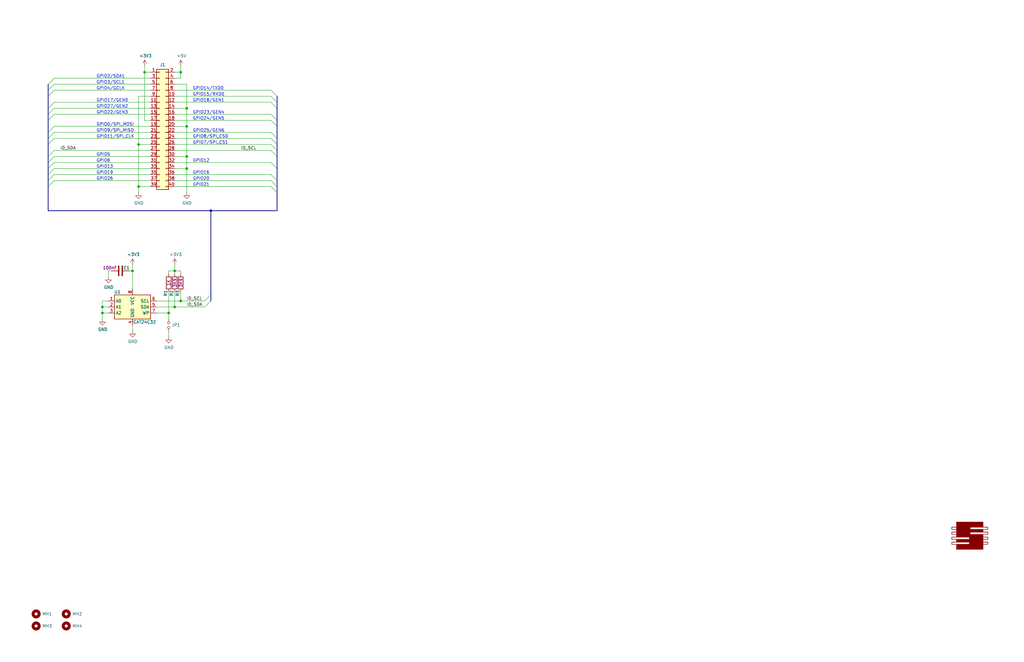
<source format=kicad_sch>
(kicad_sch (version 20211123) (generator eeschema)
  (paper "USLedger")
  (lib_symbols
    (symbol "ENYA_Bitmap:Electronya_Logo" (pin_names (offset 1.016))
      (symbol "Electronya_Logo_0_0"
        (polyline (pts (xy 5.6388 -3.7084) (xy 7.6708 -3.7084) (xy 7.6708 -2.6416) (xy 5.6388 -2.6416) (xy 5.6388 -1.6256) (xy 7.6708 -1.6256) (xy 7.6708 -0.5588) (xy 5.6388 -0.5588) (xy 5.6388 0.508) (xy 7.6708 0.508) (xy 7.6708 1.5748) (xy 5.6388 1.5748) (xy 5.6388 2.5908) (xy 7.6708 2.5908) (xy 7.6708 3.6576) (xy 5.6388 3.6576) (xy 5.6388 5.7912) (xy -5.6388 5.7912) (xy -5.6388 3.6576) (xy -7.6708 3.6576) (xy -7.6708 2.7432) (xy -7.5184 2.7432) (xy -7.5184 3.5052) (xy -5.6388 3.5052) (xy -5.6388 2.7432) (xy 0.254 2.7432) (xy 0.254 3.5052) (xy 7.5184 3.5052) (xy 7.5184 2.7432) (xy 0.254 2.7432) (xy -5.6388 2.7432) (xy -7.5184 2.7432) (xy -7.6708 2.7432) (xy -7.6708 2.5908) (xy -5.6388 2.5908) (xy -5.6388 1.5748) (xy -7.6708 1.5748) (xy -7.6708 0.6096) (xy -7.5184 0.6096) (xy -7.5184 1.4224) (xy -5.6388 1.4224) (xy -5.6388 0.6096) (xy 0.254 0.6096) (xy 0.254 1.4224) (xy 7.5184 1.4224) (xy 7.5184 0.6096) (xy 0.254 0.6096) (xy -5.6388 0.6096) (xy -7.5184 0.6096) (xy -7.6708 0.6096) (xy -7.6708 0.508) (xy -5.6388 0.508) (xy -5.6388 -0.5588) (xy -7.6708 -0.5588) (xy -7.6708 -1.4732) (xy -7.5184 -1.4732) (xy -7.5184 -0.6604) (xy -0.254 -0.6604) (xy -0.254 -1.4732) (xy 5.6388 -1.4732) (xy 5.6388 -0.6604) (xy 7.5184 -0.6604) (xy 7.5184 -1.4732) (xy 5.6388 -1.4732) (xy -0.254 -1.4732) (xy -7.5184 -1.4732) (xy -7.6708 -1.4732) (xy -7.6708 -1.6256) (xy -5.6388 -1.6256) (xy -5.6388 -2.6416) (xy -7.6708 -2.6416) (xy -7.6708 -3.556) (xy -7.5184 -3.556) (xy -7.5184 -2.794) (xy -0.254 -2.794) (xy -0.254 -3.556) (xy 5.6388 -3.556) (xy 5.6388 -2.794) (xy 7.5184 -2.794) (xy 7.5184 -3.556) (xy 5.6388 -3.556) (xy -0.254 -3.556) (xy -7.5184 -3.556) (xy -7.6708 -3.556) (xy -7.6708 -3.7084) (xy -5.6388 -3.7084) (xy -5.6388 -5.842) (xy 5.6388 -5.842) (xy 5.6388 -3.7084)) (stroke (width 0.0254)) (fill (type outline)))
      )
    )
    (symbol "ENYA_Cap_Smd_50V:100nF_CER_0603_50V" (pin_numbers hide) (pin_names (offset 0.254))
      (property "Reference" "C" (at 0.635 2.54 0))
      (property "Capacitance" "100nF" (at 3.81 -2.54 0))
      (property "Voltage Rating" "50V" (at 0 0 0))
      (symbol "100nF_CER_0603_50V_0_1"
        (polyline (pts (xy -2.032 -0.762) (xy 2.032 -0.762)) (stroke (width 0.508)))
        (polyline (pts (xy -2.032 0.762) (xy 2.032 0.762)) (stroke (width 0.508)))
      )
      (symbol "100nF_CER_0603_50V_1_1"
        (pin passive line (at 0 3.81 270) (length 2.794) (name "~") (number "1"))
        (pin passive line (at 0 -3.81 90) (length 2.794) (name "~") (number "2"))
      )
    )
    (symbol "ENYA_Header_100mils:CONN_2x20_FEM_100PITCH_335INS_126POST" (pin_names (offset 0) hide)
      (property "Reference" "J" (at 0 25.4 0))
      (symbol "CONN_2x20_FEM_100PITCH_335INS_126POST_1_1"
        (rectangle (start -2.54 -25.273) (end -1.27 -25.527) (stroke (width 0.1524)))
        (rectangle (start -2.54 -22.733) (end -1.27 -22.987) (stroke (width 0.1524)))
        (rectangle (start -2.54 -20.193) (end -1.27 -20.447) (stroke (width 0.1524)))
        (rectangle (start -2.54 -17.653) (end -1.27 -17.907) (stroke (width 0.1524)))
        (rectangle (start -2.54 -15.113) (end -1.27 -15.367) (stroke (width 0.1524)))
        (rectangle (start -2.54 -12.573) (end -1.27 -12.827) (stroke (width 0.1524)))
        (rectangle (start -2.54 -10.033) (end -1.27 -10.287) (stroke (width 0.1524)))
        (rectangle (start -2.54 -7.493) (end -1.27 -7.747) (stroke (width 0.1524)))
        (rectangle (start -2.54 -4.953) (end -1.27 -5.207) (stroke (width 0.1524)))
        (rectangle (start -2.54 -2.413) (end -1.27 -2.667) (stroke (width 0.1524)))
        (rectangle (start -2.54 0.127) (end -1.27 -0.127) (stroke (width 0.1524)))
        (rectangle (start -2.54 2.667) (end -1.27 2.413) (stroke (width 0.1524)))
        (rectangle (start -2.54 5.207) (end -1.27 4.953) (stroke (width 0.1524)))
        (rectangle (start -2.54 7.747) (end -1.27 7.493) (stroke (width 0.1524)))
        (rectangle (start -2.54 10.287) (end -1.27 10.033) (stroke (width 0.1524)))
        (rectangle (start -2.54 12.827) (end -1.27 12.573) (stroke (width 0.1524)))
        (rectangle (start -2.54 15.367) (end -1.27 15.113) (stroke (width 0.1524)))
        (rectangle (start -2.54 17.907) (end -1.27 17.653) (stroke (width 0.1524)))
        (rectangle (start -2.54 20.447) (end -1.27 20.193) (stroke (width 0.1524)))
        (rectangle (start -2.54 22.987) (end -1.27 22.733) (stroke (width 0.1524)))
        (rectangle (start -2.54 24.13) (end 2.54 -26.67) (stroke (width 0.254)) (fill (type background)))
        (rectangle (start 2.54 -25.273) (end 1.27 -25.527) (stroke (width 0.1524)))
        (rectangle (start 2.54 -22.733) (end 1.27 -22.987) (stroke (width 0.1524)))
        (rectangle (start 2.54 -20.193) (end 1.27 -20.447) (stroke (width 0.1524)))
        (rectangle (start 2.54 -17.653) (end 1.27 -17.907) (stroke (width 0.1524)))
        (rectangle (start 2.54 -15.113) (end 1.27 -15.367) (stroke (width 0.1524)))
        (rectangle (start 2.54 -12.573) (end 1.27 -12.827) (stroke (width 0.1524)))
        (rectangle (start 2.54 -10.033) (end 1.27 -10.287) (stroke (width 0.1524)))
        (rectangle (start 2.54 -7.493) (end 1.27 -7.747) (stroke (width 0.1524)))
        (rectangle (start 2.54 -4.953) (end 1.27 -5.207) (stroke (width 0.1524)))
        (rectangle (start 2.54 -2.413) (end 1.27 -2.667) (stroke (width 0.1524)))
        (rectangle (start 2.54 0.127) (end 1.27 -0.127) (stroke (width 0.1524)))
        (rectangle (start 2.54 2.667) (end 1.27 2.413) (stroke (width 0.1524)))
        (rectangle (start 2.54 5.207) (end 1.27 4.953) (stroke (width 0.1524)))
        (rectangle (start 2.54 7.747) (end 1.27 7.493) (stroke (width 0.1524)))
        (rectangle (start 2.54 10.287) (end 1.27 10.033) (stroke (width 0.1524)))
        (rectangle (start 2.54 12.827) (end 1.27 12.573) (stroke (width 0.1524)))
        (rectangle (start 2.54 15.367) (end 1.27 15.113) (stroke (width 0.1524)))
        (rectangle (start 2.54 17.907) (end 1.27 17.653) (stroke (width 0.1524)))
        (rectangle (start 2.54 20.447) (end 1.27 20.193) (stroke (width 0.1524)))
        (rectangle (start 2.54 22.987) (end 1.27 22.733) (stroke (width 0.1524)))
        (pin passive line (at -5.08 22.86 0) (length 2.54) (name "Pin_1") (number "1"))
        (pin passive line (at 5.08 12.7 180) (length 2.54) (name "Pin_10") (number "10"))
        (pin passive line (at -5.08 10.16 0) (length 2.54) (name "Pin_11") (number "11"))
        (pin passive line (at 5.08 10.16 180) (length 2.54) (name "Pin_12") (number "12"))
        (pin passive line (at -5.08 7.62 0) (length 2.54) (name "Pin_13") (number "13"))
        (pin passive line (at 5.08 7.62 180) (length 2.54) (name "Pin_14") (number "14"))
        (pin passive line (at -5.08 5.08 0) (length 2.54) (name "Pin_15") (number "15"))
        (pin passive line (at 5.08 5.08 180) (length 2.54) (name "Pin_16") (number "16"))
        (pin passive line (at -5.08 2.54 0) (length 2.54) (name "Pin_17") (number "17"))
        (pin passive line (at 5.08 2.54 180) (length 2.54) (name "Pin_18") (number "18"))
        (pin passive line (at -5.08 0 0) (length 2.54) (name "Pin_19") (number "19"))
        (pin passive line (at 5.08 22.86 180) (length 2.54) (name "Pin_2") (number "2"))
        (pin passive line (at 5.08 0 180) (length 2.54) (name "Pin_20") (number "20"))
        (pin passive line (at -5.08 -2.54 0) (length 2.54) (name "Pin_21") (number "21"))
        (pin passive line (at 5.08 -2.54 180) (length 2.54) (name "Pin_22") (number "22"))
        (pin passive line (at -5.08 -5.08 0) (length 2.54) (name "Pin_23") (number "23"))
        (pin passive line (at 5.08 -5.08 180) (length 2.54) (name "Pin_24") (number "24"))
        (pin passive line (at -5.08 -7.62 0) (length 2.54) (name "Pin_25") (number "25"))
        (pin passive line (at 5.08 -7.62 180) (length 2.54) (name "Pin_26") (number "26"))
        (pin passive line (at -5.08 -10.16 0) (length 2.54) (name "Pin_27") (number "27"))
        (pin passive line (at 5.08 -10.16 180) (length 2.54) (name "Pin_28") (number "28"))
        (pin passive line (at -5.08 -12.7 0) (length 2.54) (name "Pin_29") (number "29"))
        (pin passive line (at -5.08 20.32 0) (length 2.54) (name "Pin_3") (number "3"))
        (pin passive line (at 5.08 -12.7 180) (length 2.54) (name "Pin_30") (number "30"))
        (pin passive line (at -5.08 -15.24 0) (length 2.54) (name "Pin_31") (number "31"))
        (pin passive line (at 5.08 -15.24 180) (length 2.54) (name "Pin_32") (number "32"))
        (pin passive line (at -5.08 -17.78 0) (length 2.54) (name "Pin_33") (number "33"))
        (pin passive line (at 5.08 -17.78 180) (length 2.54) (name "Pin_34") (number "34"))
        (pin passive line (at -5.08 -20.32 0) (length 2.54) (name "Pin_35") (number "35"))
        (pin passive line (at 5.08 -20.32 180) (length 2.54) (name "Pin_36") (number "36"))
        (pin passive line (at -5.08 -22.86 0) (length 2.54) (name "Pin_37") (number "37"))
        (pin passive line (at 5.08 -22.86 180) (length 2.54) (name "Pin_38") (number "38"))
        (pin passive line (at -5.08 -25.4 0) (length 2.54) (name "Pin_39") (number "39"))
        (pin passive line (at 5.08 20.32 180) (length 2.54) (name "Pin_4") (number "4"))
        (pin passive line (at 5.08 -25.4 180) (length 2.54) (name "Pin_40") (number "40"))
        (pin passive line (at -5.08 17.78 0) (length 2.54) (name "Pin_5") (number "5"))
        (pin passive line (at 5.08 17.78 180) (length 2.54) (name "Pin_6") (number "6"))
        (pin passive line (at -5.08 15.24 0) (length 2.54) (name "Pin_7") (number "7"))
        (pin passive line (at 5.08 15.24 180) (length 2.54) (name "Pin_8") (number "8"))
        (pin passive line (at -5.08 12.7 0) (length 2.54) (name "Pin_9") (number "9"))
      )
    )
    (symbol "ENYA_Jumper:Solder_Jumper_1.3MM" (pin_numbers hide) (pin_names (offset 0.762) hide)
      (property "Reference" "JP" (at 0 2.032 0))
      (symbol "Solder_Jumper_1.3MM_0_1"
        (circle (center -1.016 0) (radius 0.508))
        (circle (center 1.016 0) (radius 0.508))
        (pin passive line (at -2.54 0 0) (length 1.016) (name "1") (number "1"))
        (pin passive line (at 2.54 0 180) (length 1.016) (name "2") (number "2"))
      )
    )
    (symbol "ENYA_Mechanical:MH-NPLTD-M2.5" (pin_names (offset 1.016))
      (property "Reference" "MH" (at 0 3.175 0))
      (symbol "MH-NPLTD-M2.5_1_1"
        (circle (center 0 0) (radius 1.27) (stroke (width 1.27)))
      )
    )
    (symbol "ENYA_Memory:CAT24C32"
      (property "Reference" "U" (at -6.35 6.35 0))
      (property "Value" "CAT24C32" (at 1.27 6.35 0))
      (symbol "CAT24C32_1_1"
        (rectangle (start -7.62 5.08) (end 7.62 -5.08) (stroke (width 0.254)) (fill (type background)))
        (pin input line (at -10.16 2.54 0) (length 2.54) (name "A0") (number "1"))
        (pin input line (at -10.16 0 0) (length 2.54) (name "A1") (number "2"))
        (pin input line (at -10.16 -2.54 0) (length 2.54) (name "A2") (number "3"))
        (pin power_in line (at 0 -7.62 90) (length 2.54) (name "GND") (number "4"))
        (pin bidirectional line (at 10.16 0 180) (length 2.54) (name "SDA") (number "5"))
        (pin input line (at 10.16 2.54 180) (length 2.54) (name "SCL") (number "6"))
        (pin input line (at 10.16 -2.54 180) (length 2.54) (name "WP") (number "7"))
        (pin power_in line (at 0 7.62 270) (length 2.54) (name "VCC") (number "8"))
      )
    )
    (symbol "ENYA_Res_Smd_100mW:1K_0603_100MW" (pin_numbers hide) (pin_names (offset 0))
      (property "Reference" "R" (at 2.032 0 90))
      (property "Resistance" "1K" (at 0 0 90))
      (symbol "1K_0603_100MW_0_1"
        (rectangle (start -1.016 -2.54) (end 1.016 2.54) (stroke (width 0.254)))
      )
      (symbol "1K_0603_100MW_1_1"
        (pin passive line (at 0 3.81 270) (length 1.27) (name "~") (number "1"))
        (pin passive line (at 0 -3.81 90) (length 1.27) (name "~") (number "2"))
      )
    )
    (symbol "ENYA_Res_Smd_100mW:3K9_0603_100MW" (pin_numbers hide) (pin_names (offset 0))
      (property "Reference" "R" (at 2.032 0 90))
      (property "Resistance" "3K9" (at 0 0 90))
      (symbol "3K9_0603_100MW_0_1"
        (rectangle (start -1.016 -2.54) (end 1.016 2.54) (stroke (width 0.254)))
      )
      (symbol "3K9_0603_100MW_1_1"
        (pin passive line (at 0 3.81 270) (length 1.27) (name "~") (number "1"))
        (pin passive line (at 0 -3.81 90) (length 1.27) (name "~") (number "2"))
      )
    )
    (symbol "power:+3.3V" (power) (pin_names (offset 0))
      (property "Value" "+3.3V" (at 0 3.556 0))
      (symbol "+3.3V_0_1"
        (polyline (pts (xy -0.762 1.27) (xy 0 2.54)))
        (polyline (pts (xy 0 0) (xy 0 2.54)))
        (polyline (pts (xy 0 2.54) (xy 0.762 1.27)))
      )
      (symbol "+3.3V_1_1"
        (pin power_in line (at 0 0 90) (length 0) hide (name "+3V3") (number "1"))
      )
    )
    (symbol "power:+5V" (power) (pin_names (offset 0))
      (property "Value" "+5V" (at 0 3.556 0))
      (symbol "+5V_0_1"
        (polyline (pts (xy -0.762 1.27) (xy 0 2.54)))
        (polyline (pts (xy 0 0) (xy 0 2.54)))
        (polyline (pts (xy 0 2.54) (xy 0.762 1.27)))
      )
      (symbol "+5V_1_1"
        (pin power_in line (at 0 0 90) (length 0) hide (name "+5V") (number "1"))
      )
    )
    (symbol "power:GND" (power) (pin_names (offset 0))
      (property "Value" "GND" (at 0 -3.81 0))
      (symbol "GND_0_1"
        (polyline (pts (xy 0 0) (xy 0 -1.27) (xy 1.27 -1.27) (xy 0 -2.54) (xy -1.27 -1.27) (xy 0 -1.27)))
      )
      (symbol "GND_1_1"
        (pin power_in line (at 0 0 270) (length 0) hide (name "GND") (number "1"))
      )
    )
  )
  (junction (at 60.96 30.48))
  (junction (at 78.74 66.04))
  (junction (at 88.9 88.9))
  (junction (at 73.66 114.3))
  (junction (at 43.18 129.54))
  (junction (at 43.18 132.08))
  (junction (at 76.2 127))
  (junction (at 78.74 45.72))
  (junction (at 55.88 114.3))
  (junction (at 78.74 53.34))
  (junction (at 58.42 60.96))
  (junction (at 73.66 129.54))
  (junction (at 71.12 132.08))
  (junction (at 58.42 78.74))
  (junction (at 78.74 71.12))
  (junction (at 76.2 30.48))
  (bus_entry (at 114.3 68.58) (size 2.54 2.54))
  (bus_entry (at 114.3 40.64) (size 2.54 2.54))
  (bus_entry (at 20.32 76.2) (size 2.54 -2.54))
  (bus_entry (at 20.32 58.42) (size 2.54 -2.54))
  (bus_entry (at 20.32 71.12) (size 2.54 -2.54))
  (bus_entry (at 20.32 78.74) (size 2.54 -2.54))
  (bus_entry (at 114.3 63.5) (size 2.54 2.54))
  (bus_entry (at 20.32 35.56) (size 2.54 -2.54))
  (bus_entry (at 20.32 66.04) (size 2.54 -2.54))
  (bus_entry (at 114.3 58.42) (size 2.54 2.54))
  (bus_entry (at 20.32 55.88) (size 2.54 -2.54))
  (bus_entry (at 86.36 129.54) (size 2.54 -2.54))
  (bus_entry (at 114.3 48.26) (size 2.54 2.54))
  (bus_entry (at 20.32 68.58) (size 2.54 -2.54))
  (bus_entry (at 114.3 50.8) (size 2.54 2.54))
  (bus_entry (at 114.3 76.2) (size 2.54 2.54))
  (bus_entry (at 20.32 73.66) (size 2.54 -2.54))
  (bus_entry (at 20.32 48.26) (size 2.54 -2.54))
  (bus_entry (at 20.32 60.96) (size 2.54 -2.54))
  (bus_entry (at 20.32 50.8) (size 2.54 -2.54))
  (bus_entry (at 114.3 78.74) (size 2.54 2.54))
  (bus_entry (at 114.3 73.66) (size 2.54 2.54))
  (bus_entry (at 20.32 45.72) (size 2.54 -2.54))
  (bus_entry (at 86.36 127) (size 2.54 -2.54))
  (bus_entry (at 114.3 38.1) (size 2.54 2.54))
  (bus_entry (at 114.3 60.96) (size 2.54 2.54))
  (bus_entry (at 114.3 43.18) (size 2.54 2.54))
  (bus_entry (at 114.3 55.88) (size 2.54 2.54))
  (bus_entry (at 20.32 38.1) (size 2.54 -2.54))
  (bus_entry (at 20.32 40.64) (size 2.54 -2.54))
  (bus (pts (xy 116.84 53.34) (xy 116.84 58.42)))
  (wire (pts (xy 114.3 76.2) (xy 73.66 76.2)))
  (bus (pts (xy 20.32 55.88) (xy 20.32 58.42)))
  (wire (pts (xy 114.3 40.64) (xy 73.66 40.64)))
  (bus (pts (xy 20.32 58.42) (xy 20.32 60.96)))
  (wire (pts (xy 78.74 71.12) (xy 78.74 81.28)))
  (wire (pts (xy 114.3 58.42) (xy 73.66 58.42)))
  (wire (pts (xy 86.36 127) (xy 76.2 127)))
  (bus (pts (xy 20.32 45.72) (xy 20.32 48.26)))
  (bus (pts (xy 116.84 60.96) (xy 116.84 63.5)))
  (wire (pts (xy 66.04 132.08) (xy 71.12 132.08)))
  (wire (pts (xy 43.18 132.08) (xy 43.18 134.62)))
  (wire (pts (xy 22.86 43.18) (xy 63.5 43.18)))
  (wire (pts (xy 73.66 71.12) (xy 78.74 71.12)))
  (bus (pts (xy 116.84 88.9) (xy 88.9 88.9)))
  (wire (pts (xy 22.86 38.1) (xy 63.5 38.1)))
  (bus (pts (xy 20.32 66.04) (xy 20.32 68.58)))
  (wire (pts (xy 45.72 116.84) (xy 45.72 114.3)))
  (bus (pts (xy 20.32 50.8) (xy 20.32 55.88)))
  (wire (pts (xy 71.12 134.62) (xy 71.12 132.08)))
  (wire (pts (xy 71.12 115.57) (xy 71.12 114.3)))
  (wire (pts (xy 71.12 132.08) (xy 71.12 123.19)))
  (wire (pts (xy 60.96 30.48) (xy 60.96 50.8)))
  (bus (pts (xy 20.32 35.56) (xy 20.32 38.1)))
  (wire (pts (xy 22.86 33.02) (xy 63.5 33.02)))
  (wire (pts (xy 73.66 114.3) (xy 76.2 114.3)))
  (wire (pts (xy 22.86 76.2) (xy 63.5 76.2)))
  (wire (pts (xy 22.86 68.58) (xy 63.5 68.58)))
  (bus (pts (xy 116.84 45.72) (xy 116.84 50.8)))
  (bus (pts (xy 116.84 50.8) (xy 116.84 53.34)))
  (wire (pts (xy 43.18 127) (xy 43.18 129.54)))
  (bus (pts (xy 20.32 38.1) (xy 20.32 40.64)))
  (wire (pts (xy 22.86 71.12) (xy 63.5 71.12)))
  (wire (pts (xy 22.86 55.88) (xy 63.5 55.88)))
  (wire (pts (xy 114.3 43.18) (xy 73.66 43.18)))
  (wire (pts (xy 73.66 53.34) (xy 78.74 53.34)))
  (wire (pts (xy 78.74 45.72) (xy 78.74 53.34)))
  (wire (pts (xy 43.18 129.54) (xy 45.72 129.54)))
  (wire (pts (xy 60.96 30.48) (xy 63.5 30.48)))
  (bus (pts (xy 116.84 76.2) (xy 116.84 78.74)))
  (wire (pts (xy 73.66 115.57) (xy 73.66 114.3)))
  (wire (pts (xy 78.74 66.04) (xy 78.74 71.12)))
  (wire (pts (xy 60.96 27.94) (xy 60.96 30.48)))
  (wire (pts (xy 73.66 35.56) (xy 78.74 35.56)))
  (wire (pts (xy 54.61 114.3) (xy 55.88 114.3)))
  (wire (pts (xy 76.2 33.02) (xy 76.2 30.48)))
  (wire (pts (xy 55.88 111.76) (xy 55.88 114.3)))
  (wire (pts (xy 22.86 45.72) (xy 63.5 45.72)))
  (bus (pts (xy 88.9 88.9) (xy 88.9 124.46)))
  (bus (pts (xy 116.84 40.64) (xy 116.84 43.18)))
  (wire (pts (xy 76.2 127) (xy 66.04 127)))
  (wire (pts (xy 86.36 129.54) (xy 73.66 129.54)))
  (wire (pts (xy 22.86 48.26) (xy 63.5 48.26)))
  (wire (pts (xy 60.96 50.8) (xy 63.5 50.8)))
  (bus (pts (xy 88.9 124.46) (xy 88.9 127)))
  (wire (pts (xy 22.86 63.5) (xy 63.5 63.5)))
  (wire (pts (xy 114.3 68.58) (xy 73.66 68.58)))
  (bus (pts (xy 20.32 73.66) (xy 20.32 76.2)))
  (wire (pts (xy 114.3 38.1) (xy 73.66 38.1)))
  (wire (pts (xy 76.2 123.19) (xy 76.2 127)))
  (wire (pts (xy 114.3 55.88) (xy 73.66 55.88)))
  (bus (pts (xy 116.84 58.42) (xy 116.84 60.96)))
  (bus (pts (xy 20.32 71.12) (xy 20.32 73.66)))
  (bus (pts (xy 20.32 60.96) (xy 20.32 66.04)))
  (wire (pts (xy 22.86 53.34) (xy 63.5 53.34)))
  (wire (pts (xy 22.86 66.04) (xy 63.5 66.04)))
  (wire (pts (xy 71.12 139.7) (xy 71.12 142.24)))
  (bus (pts (xy 20.32 78.74) (xy 20.32 88.9)))
  (wire (pts (xy 73.66 129.54) (xy 66.04 129.54)))
  (wire (pts (xy 76.2 30.48) (xy 76.2 27.94)))
  (wire (pts (xy 114.3 63.5) (xy 73.66 63.5)))
  (wire (pts (xy 45.72 114.3) (xy 46.99 114.3)))
  (wire (pts (xy 73.66 30.48) (xy 76.2 30.48)))
  (wire (pts (xy 58.42 60.96) (xy 58.42 78.74)))
  (wire (pts (xy 73.66 66.04) (xy 78.74 66.04)))
  (wire (pts (xy 114.3 73.66) (xy 73.66 73.66)))
  (bus (pts (xy 116.84 81.28) (xy 116.84 88.9)))
  (wire (pts (xy 43.18 132.08) (xy 45.72 132.08)))
  (bus (pts (xy 20.32 40.64) (xy 20.32 45.72)))
  (bus (pts (xy 116.84 63.5) (xy 116.84 66.04)))
  (wire (pts (xy 43.18 129.54) (xy 43.18 132.08)))
  (wire (pts (xy 71.12 114.3) (xy 73.66 114.3)))
  (wire (pts (xy 22.86 58.42) (xy 63.5 58.42)))
  (wire (pts (xy 114.3 60.96) (xy 73.66 60.96)))
  (wire (pts (xy 73.66 45.72) (xy 78.74 45.72)))
  (wire (pts (xy 76.2 114.3) (xy 76.2 115.57)))
  (wire (pts (xy 73.66 123.19) (xy 73.66 129.54)))
  (wire (pts (xy 73.66 114.3) (xy 73.66 111.76)))
  (wire (pts (xy 73.66 33.02) (xy 76.2 33.02)))
  (wire (pts (xy 114.3 78.74) (xy 73.66 78.74)))
  (wire (pts (xy 78.74 53.34) (xy 78.74 66.04)))
  (bus (pts (xy 116.84 43.18) (xy 116.84 45.72)))
  (bus (pts (xy 116.84 71.12) (xy 116.84 76.2)))
  (bus (pts (xy 20.32 68.58) (xy 20.32 71.12)))
  (wire (pts (xy 114.3 48.26) (xy 73.66 48.26)))
  (bus (pts (xy 116.84 78.74) (xy 116.84 81.28)))
  (bus (pts (xy 88.9 88.9) (xy 20.32 88.9)))
  (bus (pts (xy 116.84 66.04) (xy 116.84 71.12)))
  (wire (pts (xy 58.42 78.74) (xy 58.42 81.28)))
  (wire (pts (xy 114.3 50.8) (xy 73.66 50.8)))
  (bus (pts (xy 20.32 76.2) (xy 20.32 78.74)))
  (bus (pts (xy 20.32 48.26) (xy 20.32 50.8)))
  (wire (pts (xy 58.42 40.64) (xy 58.42 60.96)))
  (wire (pts (xy 78.74 35.56) (xy 78.74 45.72)))
  (wire (pts (xy 58.42 40.64) (xy 63.5 40.64)))
  (wire (pts (xy 55.88 137.16) (xy 55.88 139.7)))
  (wire (pts (xy 45.72 127) (xy 43.18 127)))
  (wire (pts (xy 22.86 35.56) (xy 63.5 35.56)))
  (wire (pts (xy 22.86 73.66) (xy 63.5 73.66)))
  (wire (pts (xy 58.42 78.74) (xy 63.5 78.74)))
  (wire (pts (xy 63.5 60.96) (xy 58.42 60.96)))
  (wire (pts (xy 55.88 114.3) (xy 55.88 121.92)))
  (text "GPIO26" (at 40.64 76.2 0) (effects (font (size 1.27 1.27)) (justify left bottom)))
  (text "GPIO5" (at 40.64 66.04 0) (effects (font (size 1.27 1.27)) (justify left bottom)))
  (text "GPIO20" (at 81.28 76.2 0) (effects (font (size 1.27 1.27)) (justify left bottom)))
  (text "GPIO11/SPI_CLK" (at 40.64 58.42 0) (effects (font (size 1.27 1.27)) (justify left bottom)))
  (text "GPIO21" (at 81.28 78.74 0) (effects (font (size 1.27 1.27)) (justify left bottom)))
  (text "GPIO7/SPI_CS1" (at 81.28 60.96 0) (effects (font (size 1.27 1.27)) (justify left bottom)))
  (text "GPIO12" (at 81.28 68.58 0) (effects (font (size 1.27 1.27)) (justify left bottom)))
  (text "GPIO18/GEN1" (at 81.28 43.18 0) (effects (font (size 1.27 1.27)) (justify left bottom)))
  (text "GPIO8/SPI_CS0" (at 81.28 58.42 0) (effects (font (size 1.27 1.27)) (justify left bottom)))
  (text "GPIO3/SCL1" (at 40.64 35.56 0) (effects (font (size 1.27 1.27)) (justify left bottom)))
  (text "GPIO2/SDA1" (at 40.64 33.02 0) (effects (font (size 1.27 1.27)) (justify left bottom)))
  (text "GPIO14/TXD0" (at 81.28 38.1 0) (effects (font (size 1.27 1.27)) (justify left bottom)))
  (text "GPIO16" (at 81.28 73.66 0) (effects (font (size 1.27 1.27)) (justify left bottom)))
  (text "GPIO13" (at 40.64 71.12 0) (effects (font (size 1.27 1.27)) (justify left bottom)))
  (text "GPIO17/GEN0" (at 40.64 43.18 0) (effects (font (size 1.27 1.27)) (justify left bottom)))
  (text "GPIO19" (at 40.64 73.66 0) (effects (font (size 1.27 1.27)) (justify left bottom)))
  (text "GPIO27/GEN2" (at 40.64 45.72 0) (effects (font (size 1.27 1.27)) (justify left bottom)))
  (text "GPIO4/GCLK" (at 40.64 38.1 0) (effects (font (size 1.27 1.27)) (justify left bottom)))
  (text "GPIO25/GEN6" (at 81.28 55.88 0) (effects (font (size 1.27 1.27)) (justify left bottom)))
  (text "GPIO24/GEN5" (at 81.28 50.8 0) (effects (font (size 1.27 1.27)) (justify left bottom)))
  (text "GPIO0/SPI_MOSI" (at 40.64 53.34 0) (effects (font (size 1.27 1.27)) (justify left bottom)))
  (text "GPIO22/GEN3" (at 40.64 48.26 0) (effects (font (size 1.27 1.27)) (justify left bottom)))
  (text "GPIO9/SPI_MISO" (at 40.64 55.88 0) (effects (font (size 1.27 1.27)) (justify left bottom)))
  (text "GPIO6" (at 40.64 68.58 0) (effects (font (size 1.27 1.27)) (justify left bottom)))
  (text "GPIO23/GEN4" (at 81.28 48.26 0) (effects (font (size 1.27 1.27)) (justify left bottom)))
  (text "GPIO15/RXD0" (at 81.28 40.64 0) (effects (font (size 1.27 1.27)) (justify left bottom)))
  (label "ID_SDA" (at 78.74 129.54 0))
  (label "ID_SCL" (at 78.74 127 0))
  (label "ID_SDA" (at 25.4 63.5 0))
  (label "ID_SCL" (at 101.6 63.5 0))
  (symbol (lib_id "power:+5V") (at 76.2 27.94 0) (unit 1)
    (property "Reference" "#PWR02" (effects hide))
    (property "Value" "+5V" (at 76.581 23.5458 0))
  )
  (symbol (lib_id "power:+3.3V") (at 60.96 27.94 0) (unit 1)
    (property "Reference" "#PWR01" (effects hide))
    (property "Value" "+3.3V" (at 61.341 23.5458 0))
  )
  (symbol (lib_id "power:GND") (at 58.42 81.28 0) (unit 1)
    (property "Reference" "#PWR03" (effects hide))
    (property "Value" "GND" (at 58.547 85.6742 0))
  )
  (symbol (lib_id "power:GND") (at 78.74 81.28 0) (unit 1)
    (property "Reference" "#PWR04" (effects hide))
    (property "Value" "GND" (at 78.867 85.6742 0))
  )
  (symbol (lib_id "power:GND") (at 45.72 116.84 0) (unit 1)
    (property "Reference" "#PWR07" (effects hide))
    (property "Value" "GND" (at 45.847 121.2342 0))
  )
  (symbol (lib_id "power:+3.3V") (at 73.66 111.76 0) (unit 1)
    (property "Reference" "#PWR06" (effects hide))
    (property "Value" "+3.3V" (at 74.041 107.3658 0))
  )
  (symbol (lib_id "power:+3.3V") (at 55.88 111.76 0) (unit 1)
    (property "Reference" "#PWR05" (effects hide))
    (property "Value" "+3.3V" (at 56.261 107.3658 0))
  )
  (symbol (lib_id "power:GND") (at 55.88 139.7 0) (unit 1)
    (property "Reference" "#PWR09" (effects hide))
    (property "Value" "GND" (at 56.007 144.0942 0))
  )
  (symbol (lib_id "power:GND") (at 43.18 134.62 0) (unit 1)
    (property "Reference" "#PWR08" (effects hide))
    (property "Value" "GND" (at 43.307 139.0142 0))
  )
  (symbol (lib_id "power:GND") (at 71.12 142.24 0) (unit 1)
    (property "Reference" "#PWR010" (effects hide))
    (property "Value" "GND" (at 71.247 146.6342 0))
  )
  (symbol (lib_id "ENYA_Bitmap:Electronya_Logo") (at 408.94 226.06 0) (unit 1)
    (property "Reference" "G1" (effects hide))
    (property "Value" "Electronya_Logo" (effects hide))
    (property "Footprint" "ENYA_Bitmap:Electronya_Logo_12MM" (effects hide))
  )
  (symbol (lib_id "ENYA_Cap_Smd_50V:100nF_CER_0603_50V") (at 50.8 114.3 270) (unit 1)
    (property "Reference" "C1" (at 53.34 113.03 90))
    (property "Value" "100nF_CER_0603_50V" (effects hide))
    (property "Footprint" "Capacitor_SMD:C_0603_1608Metric_Pad1.05x0.95mm_HandSolder" (effects hide))
    (property "Manufacturer" "AVX Corporation" (effects hide))
    (property "Manufacturer Part Number" "06033D104MAT2A" (effects hide))
    (property "Digi-Key Part Number" "478-7905-1-ND" (effects hide))
    (property "Capacitance" "100nF" (at 46.355 113.03 90))
  )
  (symbol (lib_id "ENYA_Res_Smd_100mW:1K_0603_100MW") (at 71.12 119.38 0) (unit 1)
    (property "Reference" "R1" (at 69.85 125.095 90) (effects (justify left)))
    (property "Value" "1K_0603_100MW" (effects hide))
    (property "Footprint" "Resistor_SMD:R_0603_1608Metric_Pad1.05x0.95mm_HandSolder" (effects hide))
    (property "Manufacturer" "Panasonic Electronic Components" (effects hide))
    (property "Manufacturer Part Number" "ERJ-3EKF1001V" (effects hide))
    (property "Digi-Key Part Number" "P1.00KHCT-ND" (effects hide))
    (property "Resistance" "1K" (at 71.12 120.65 90) (effects (justify left)))
  )
  (symbol (lib_id "ENYA_Res_Smd_100mW:3K9_0603_100MW") (at 73.66 119.38 0) (unit 1)
    (property "Reference" "R2" (at 72.39 125.095 90) (effects (justify left)))
    (property "Value" "3K9_0603_100MW" (effects hide))
    (property "Footprint" "Resistor_SMD:R_0603_1608Metric_Pad1.05x0.95mm_HandSolder" (effects hide))
    (property "Manufacturer" "Yageo" (effects hide))
    (property "Manufacturer Part Number" "RC0603FR-073K9L" (effects hide))
    (property "Digi-Key Part Number" "311-3.90KHRCT-ND" (effects hide))
    (property "Resistance" "3K9" (at 73.66 121.285 90) (effects (justify left)))
  )
  (symbol (lib_id "ENYA_Res_Smd_100mW:3K9_0603_100MW") (at 76.2 119.38 0) (unit 1)
    (property "Reference" "R3" (at 74.93 125.095 90) (effects (justify left)))
    (property "Value" "3K9_0603_100MW" (effects hide))
    (property "Footprint" "Resistor_SMD:R_0603_1608Metric_Pad1.05x0.95mm_HandSolder" (effects hide))
    (property "Manufacturer" "Yageo" (effects hide))
    (property "Manufacturer Part Number" "RC0603FR-073K9L" (effects hide))
    (property "Digi-Key Part Number" "311-3.90KHRCT-ND" (effects hide))
    (property "Resistance" "3K9" (at 76.2 121.285 90) (effects (justify left)))
  )
  (symbol (lib_id "ENYA_Memory:CAT24C32") (at 55.88 129.54 0) (unit 1)
    (property "Reference" "U1" (at 49.53 123.19 0))
    (property "Value" "CAT24C32" (at 60.96 135.89 0))
    (property "Footprint" "Package_SO:SOIC-8_3.9x4.9mm_P1.27mm" (effects hide))
    (property "Datasheet" "L:\\JudeBake\\Datasheet\\EEPROM" (effects hide))
    (property "Manufacturer" "ON Semiconductor" (effects hide))
    (property "Manufacturer Part Number" "CAT24C32WI-GT3" (effects hide))
    (property "Digi-Key Part Number" "CAT24C32WI-GT3CT-ND" (effects hide))
  )
  (symbol (lib_id "ENYA_Jumper:Solder_Jumper_1.3MM") (at 71.12 137.16 270) (unit 1)
    (property "Reference" "JP1" (at 72.3392 137.16 90) (effects (justify left)))
    (property "Value" "Solder_Jumper_1.3MM" (effects hide))
    (property "Footprint" "Jumper:SolderJumper-2_P1.3mm_Open_RoundedPad1.0x1.5mm" (effects hide))
  )
  (symbol (lib_id "ENYA_Mechanical:MH-NPLTD-M2.5") (at 15.24 259.08 0) (unit 1)
    (property "Reference" "MH1" (at 17.78 259.08 0) (effects (justify left)))
    (property "Value" "MH-NPLTD-M2.5" (effects hide))
    (property "Footprint" "MountingHole:MountingHole_2.7mm_M2.5_DIN965" (effects hide))
  )
  (symbol (lib_id "ENYA_Mechanical:MH-NPLTD-M2.5") (at 15.24 264.16 0) (unit 1)
    (property "Reference" "MH3" (at 17.78 264.16 0) (effects (justify left)))
    (property "Value" "MH-NPLTD-M2.5" (effects hide))
    (property "Footprint" "MountingHole:MountingHole_2.7mm_M2.5_DIN965" (effects hide))
  )
  (symbol (lib_id "ENYA_Mechanical:MH-NPLTD-M2.5") (at 27.94 264.16 0) (unit 1)
    (property "Reference" "MH4" (at 30.48 264.16 0) (effects (justify left)))
    (property "Value" "MH-NPLTD-M2.5" (effects hide))
    (property "Footprint" "MountingHole:MountingHole_2.7mm_M2.5_DIN965" (effects hide))
  )
  (symbol (lib_id "ENYA_Mechanical:MH-NPLTD-M2.5") (at 27.94 259.08 0) (unit 1)
    (property "Reference" "MH2" (at 30.48 259.08 0) (effects (justify left)))
    (property "Value" "MH-NPLTD-M2.5" (effects hide))
    (property "Footprint" "MountingHole:MountingHole_2.7mm_M2.5_DIN965" (effects hide))
  )
  (symbol (lib_id "ENYA_Header_100mils:CONN_2x20_FEM_100PITCH_335INS_126POST") (at 68.58 53.34 0) (unit 1)
    (property "Reference" "J1" (at 68.58 27.305 0))
    (property "Value" "CONN_2x20_FEM_100PITCH_335INS_126POST" (effects hide))
    (property "Footprint" "ENYA_Header_100mils:PPTC202LFBN-RC" (effects hide))
    (property "Datasheet" "https://media.digikey.com/pdf/Data%20Sheets/Sullins%20PDFs/Female_Headers.100_DS.pdf" (effects hide))
    (property "Manufacturer" "Sullins Connector Solutions" (effects hide))
    (property "Manufacturer Part Number" "PPTC202LFBN-RC" (effects hide))
    (property "Digi-Key Part Number" "S6104-ND" (effects hide))
  )
)
</source>
